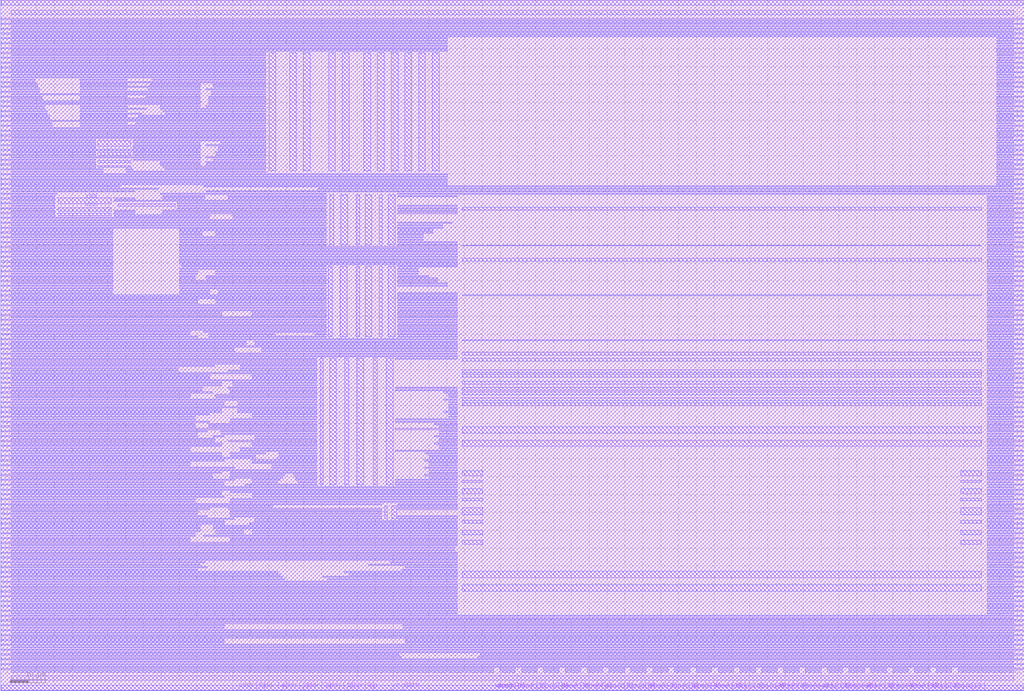
<source format=lef>
VERSION 5.8 ; 
BUSBITCHARS "[]" ; 
DIVIDERCHAR "/" ; 
MACRO sram22_64x22m4w22
    CLASS BLOCK  ;
    FOREIGN sram22_64x22m4w22   ;
    SIZE 286.880 BY 193.720 ;
    SYMMETRY X Y R90 ;
    PIN dout[0] 
        DIRECTION OUTPUT ; 
        ANTENNADIFFAREA 0.448000 LAYER met2 ;
        ANTENNAPARTIALMETALAREA 0.950300 LAYER met1 ;
        ANTENNAPARTIALMETALAREA 7.471200 LAYER met2 ;
        PORT 
            LAYER met1 ;
                RECT 139.150 0.000 139.290 0.140 ;
        END 
    END dout[0] 
    PIN dout[1] 
        DIRECTION OUTPUT ; 
        ANTENNADIFFAREA 0.448000 LAYER met2 ;
        ANTENNAPARTIALMETALAREA 0.950300 LAYER met1 ;
        ANTENNAPARTIALMETALAREA 7.471200 LAYER met2 ;
        PORT 
            LAYER met1 ;
                RECT 145.250 0.000 145.390 0.140 ;
        END 
    END dout[1] 
    PIN dout[2] 
        DIRECTION OUTPUT ; 
        ANTENNADIFFAREA 0.448000 LAYER met2 ;
        ANTENNAPARTIALMETALAREA 0.950300 LAYER met1 ;
        ANTENNAPARTIALMETALAREA 7.471200 LAYER met2 ;
        PORT 
            LAYER met1 ;
                RECT 151.350 0.000 151.490 0.140 ;
        END 
    END dout[2] 
    PIN dout[3] 
        DIRECTION OUTPUT ; 
        ANTENNADIFFAREA 0.448000 LAYER met2 ;
        ANTENNAPARTIALMETALAREA 0.950300 LAYER met1 ;
        ANTENNAPARTIALMETALAREA 7.471200 LAYER met2 ;
        PORT 
            LAYER met1 ;
                RECT 157.450 0.000 157.590 0.140 ;
        END 
    END dout[3] 
    PIN dout[4] 
        DIRECTION OUTPUT ; 
        ANTENNADIFFAREA 0.448000 LAYER met2 ;
        ANTENNAPARTIALMETALAREA 0.950300 LAYER met1 ;
        ANTENNAPARTIALMETALAREA 7.471200 LAYER met2 ;
        PORT 
            LAYER met1 ;
                RECT 163.550 0.000 163.690 0.140 ;
        END 
    END dout[4] 
    PIN dout[5] 
        DIRECTION OUTPUT ; 
        ANTENNADIFFAREA 0.448000 LAYER met2 ;
        ANTENNAPARTIALMETALAREA 0.950300 LAYER met1 ;
        ANTENNAPARTIALMETALAREA 7.471200 LAYER met2 ;
        PORT 
            LAYER met1 ;
                RECT 169.650 0.000 169.790 0.140 ;
        END 
    END dout[5] 
    PIN dout[6] 
        DIRECTION OUTPUT ; 
        ANTENNADIFFAREA 0.448000 LAYER met2 ;
        ANTENNAPARTIALMETALAREA 0.950300 LAYER met1 ;
        ANTENNAPARTIALMETALAREA 7.471200 LAYER met2 ;
        PORT 
            LAYER met1 ;
                RECT 175.750 0.000 175.890 0.140 ;
        END 
    END dout[6] 
    PIN dout[7] 
        DIRECTION OUTPUT ; 
        ANTENNADIFFAREA 0.448000 LAYER met2 ;
        ANTENNAPARTIALMETALAREA 0.950300 LAYER met1 ;
        ANTENNAPARTIALMETALAREA 7.471200 LAYER met2 ;
        PORT 
            LAYER met1 ;
                RECT 181.850 0.000 181.990 0.140 ;
        END 
    END dout[7] 
    PIN dout[8] 
        DIRECTION OUTPUT ; 
        ANTENNADIFFAREA 0.448000 LAYER met2 ;
        ANTENNAPARTIALMETALAREA 0.950300 LAYER met1 ;
        ANTENNAPARTIALMETALAREA 7.471200 LAYER met2 ;
        PORT 
            LAYER met1 ;
                RECT 187.950 0.000 188.090 0.140 ;
        END 
    END dout[8] 
    PIN dout[9] 
        DIRECTION OUTPUT ; 
        ANTENNADIFFAREA 0.448000 LAYER met2 ;
        ANTENNAPARTIALMETALAREA 0.950300 LAYER met1 ;
        ANTENNAPARTIALMETALAREA 7.471200 LAYER met2 ;
        PORT 
            LAYER met1 ;
                RECT 194.050 0.000 194.190 0.140 ;
        END 
    END dout[9] 
    PIN dout[10] 
        DIRECTION OUTPUT ; 
        ANTENNADIFFAREA 0.448000 LAYER met2 ;
        ANTENNAPARTIALMETALAREA 0.950300 LAYER met1 ;
        ANTENNAPARTIALMETALAREA 7.471200 LAYER met2 ;
        PORT 
            LAYER met1 ;
                RECT 200.150 0.000 200.290 0.140 ;
        END 
    END dout[10] 
    PIN dout[11] 
        DIRECTION OUTPUT ; 
        ANTENNADIFFAREA 0.448000 LAYER met2 ;
        ANTENNAPARTIALMETALAREA 0.950300 LAYER met1 ;
        ANTENNAPARTIALMETALAREA 7.471200 LAYER met2 ;
        PORT 
            LAYER met1 ;
                RECT 206.250 0.000 206.390 0.140 ;
        END 
    END dout[11] 
    PIN dout[12] 
        DIRECTION OUTPUT ; 
        ANTENNADIFFAREA 0.448000 LAYER met2 ;
        ANTENNAPARTIALMETALAREA 0.950300 LAYER met1 ;
        ANTENNAPARTIALMETALAREA 7.471200 LAYER met2 ;
        PORT 
            LAYER met1 ;
                RECT 212.350 0.000 212.490 0.140 ;
        END 
    END dout[12] 
    PIN dout[13] 
        DIRECTION OUTPUT ; 
        ANTENNADIFFAREA 0.448000 LAYER met2 ;
        ANTENNAPARTIALMETALAREA 0.950300 LAYER met1 ;
        ANTENNAPARTIALMETALAREA 7.471200 LAYER met2 ;
        PORT 
            LAYER met1 ;
                RECT 218.450 0.000 218.590 0.140 ;
        END 
    END dout[13] 
    PIN dout[14] 
        DIRECTION OUTPUT ; 
        ANTENNADIFFAREA 0.448000 LAYER met2 ;
        ANTENNAPARTIALMETALAREA 0.950300 LAYER met1 ;
        ANTENNAPARTIALMETALAREA 7.471200 LAYER met2 ;
        PORT 
            LAYER met1 ;
                RECT 224.550 0.000 224.690 0.140 ;
        END 
    END dout[14] 
    PIN dout[15] 
        DIRECTION OUTPUT ; 
        ANTENNADIFFAREA 0.448000 LAYER met2 ;
        ANTENNAPARTIALMETALAREA 0.950300 LAYER met1 ;
        ANTENNAPARTIALMETALAREA 7.471200 LAYER met2 ;
        PORT 
            LAYER met1 ;
                RECT 230.650 0.000 230.790 0.140 ;
        END 
    END dout[15] 
    PIN dout[16] 
        DIRECTION OUTPUT ; 
        ANTENNADIFFAREA 0.448000 LAYER met2 ;
        ANTENNAPARTIALMETALAREA 0.950300 LAYER met1 ;
        ANTENNAPARTIALMETALAREA 7.471200 LAYER met2 ;
        PORT 
            LAYER met1 ;
                RECT 236.750 0.000 236.890 0.140 ;
        END 
    END dout[16] 
    PIN dout[17] 
        DIRECTION OUTPUT ; 
        ANTENNADIFFAREA 0.448000 LAYER met2 ;
        ANTENNAPARTIALMETALAREA 0.950300 LAYER met1 ;
        ANTENNAPARTIALMETALAREA 7.471200 LAYER met2 ;
        PORT 
            LAYER met1 ;
                RECT 242.850 0.000 242.990 0.140 ;
        END 
    END dout[17] 
    PIN dout[18] 
        DIRECTION OUTPUT ; 
        ANTENNADIFFAREA 0.448000 LAYER met2 ;
        ANTENNAPARTIALMETALAREA 0.950300 LAYER met1 ;
        ANTENNAPARTIALMETALAREA 7.471200 LAYER met2 ;
        PORT 
            LAYER met1 ;
                RECT 248.950 0.000 249.090 0.140 ;
        END 
    END dout[18] 
    PIN dout[19] 
        DIRECTION OUTPUT ; 
        ANTENNADIFFAREA 0.448000 LAYER met2 ;
        ANTENNAPARTIALMETALAREA 0.950300 LAYER met1 ;
        ANTENNAPARTIALMETALAREA 7.471200 LAYER met2 ;
        PORT 
            LAYER met1 ;
                RECT 255.050 0.000 255.190 0.140 ;
        END 
    END dout[19] 
    PIN dout[20] 
        DIRECTION OUTPUT ; 
        ANTENNADIFFAREA 0.448000 LAYER met2 ;
        ANTENNAPARTIALMETALAREA 0.950300 LAYER met1 ;
        ANTENNAPARTIALMETALAREA 7.471200 LAYER met2 ;
        PORT 
            LAYER met1 ;
                RECT 261.150 0.000 261.290 0.140 ;
        END 
    END dout[20] 
    PIN dout[21] 
        DIRECTION OUTPUT ; 
        ANTENNADIFFAREA 0.448000 LAYER met2 ;
        ANTENNAPARTIALMETALAREA 0.950300 LAYER met1 ;
        ANTENNAPARTIALMETALAREA 7.471200 LAYER met2 ;
        PORT 
            LAYER met1 ;
                RECT 267.250 0.000 267.390 0.140 ;
        END 
    END dout[21] 
    PIN din[0] 
        DIRECTION INPUT ; 
        ANTENNAGATEAREA 0.126000 LAYER met2 ;
        ANTENNAPARTIALMETALAREA 5.437300 LAYER met1 ;
        ANTENNAPARTIALMETALAREA 7.192800 LAYER met2 ;
        PORT 
            LAYER met1 ;
                RECT 138.730 0.000 138.870 0.140 ;
        END 
    END din[0] 
    PIN din[1] 
        DIRECTION INPUT ; 
        ANTENNAGATEAREA 0.126000 LAYER met2 ;
        ANTENNAPARTIALMETALAREA 5.437300 LAYER met1 ;
        ANTENNAPARTIALMETALAREA 7.192800 LAYER met2 ;
        PORT 
            LAYER met1 ;
                RECT 144.830 0.000 144.970 0.140 ;
        END 
    END din[1] 
    PIN din[2] 
        DIRECTION INPUT ; 
        ANTENNAGATEAREA 0.126000 LAYER met2 ;
        ANTENNAPARTIALMETALAREA 5.437300 LAYER met1 ;
        ANTENNAPARTIALMETALAREA 7.192800 LAYER met2 ;
        PORT 
            LAYER met1 ;
                RECT 150.930 0.000 151.070 0.140 ;
        END 
    END din[2] 
    PIN din[3] 
        DIRECTION INPUT ; 
        ANTENNAGATEAREA 0.126000 LAYER met2 ;
        ANTENNAPARTIALMETALAREA 5.437300 LAYER met1 ;
        ANTENNAPARTIALMETALAREA 7.192800 LAYER met2 ;
        PORT 
            LAYER met1 ;
                RECT 157.030 0.000 157.170 0.140 ;
        END 
    END din[3] 
    PIN din[4] 
        DIRECTION INPUT ; 
        ANTENNAGATEAREA 0.126000 LAYER met2 ;
        ANTENNAPARTIALMETALAREA 5.437300 LAYER met1 ;
        ANTENNAPARTIALMETALAREA 7.192800 LAYER met2 ;
        PORT 
            LAYER met1 ;
                RECT 163.130 0.000 163.270 0.140 ;
        END 
    END din[4] 
    PIN din[5] 
        DIRECTION INPUT ; 
        ANTENNAGATEAREA 0.126000 LAYER met2 ;
        ANTENNAPARTIALMETALAREA 5.437300 LAYER met1 ;
        ANTENNAPARTIALMETALAREA 7.192800 LAYER met2 ;
        PORT 
            LAYER met1 ;
                RECT 169.230 0.000 169.370 0.140 ;
        END 
    END din[5] 
    PIN din[6] 
        DIRECTION INPUT ; 
        ANTENNAGATEAREA 0.126000 LAYER met2 ;
        ANTENNAPARTIALMETALAREA 5.437300 LAYER met1 ;
        ANTENNAPARTIALMETALAREA 7.192800 LAYER met2 ;
        PORT 
            LAYER met1 ;
                RECT 175.330 0.000 175.470 0.140 ;
        END 
    END din[6] 
    PIN din[7] 
        DIRECTION INPUT ; 
        ANTENNAGATEAREA 0.126000 LAYER met2 ;
        ANTENNAPARTIALMETALAREA 5.437300 LAYER met1 ;
        ANTENNAPARTIALMETALAREA 7.192800 LAYER met2 ;
        PORT 
            LAYER met1 ;
                RECT 181.430 0.000 181.570 0.140 ;
        END 
    END din[7] 
    PIN din[8] 
        DIRECTION INPUT ; 
        ANTENNAGATEAREA 0.126000 LAYER met2 ;
        ANTENNAPARTIALMETALAREA 5.437300 LAYER met1 ;
        ANTENNAPARTIALMETALAREA 7.192800 LAYER met2 ;
        PORT 
            LAYER met1 ;
                RECT 187.530 0.000 187.670 0.140 ;
        END 
    END din[8] 
    PIN din[9] 
        DIRECTION INPUT ; 
        ANTENNAGATEAREA 0.126000 LAYER met2 ;
        ANTENNAPARTIALMETALAREA 5.437300 LAYER met1 ;
        ANTENNAPARTIALMETALAREA 7.192800 LAYER met2 ;
        PORT 
            LAYER met1 ;
                RECT 193.630 0.000 193.770 0.140 ;
        END 
    END din[9] 
    PIN din[10] 
        DIRECTION INPUT ; 
        ANTENNAGATEAREA 0.126000 LAYER met2 ;
        ANTENNAPARTIALMETALAREA 5.437300 LAYER met1 ;
        ANTENNAPARTIALMETALAREA 7.192800 LAYER met2 ;
        PORT 
            LAYER met1 ;
                RECT 199.730 0.000 199.870 0.140 ;
        END 
    END din[10] 
    PIN din[11] 
        DIRECTION INPUT ; 
        ANTENNAGATEAREA 0.126000 LAYER met2 ;
        ANTENNAPARTIALMETALAREA 5.437300 LAYER met1 ;
        ANTENNAPARTIALMETALAREA 7.192800 LAYER met2 ;
        PORT 
            LAYER met1 ;
                RECT 205.830 0.000 205.970 0.140 ;
        END 
    END din[11] 
    PIN din[12] 
        DIRECTION INPUT ; 
        ANTENNAGATEAREA 0.126000 LAYER met2 ;
        ANTENNAPARTIALMETALAREA 5.437300 LAYER met1 ;
        ANTENNAPARTIALMETALAREA 7.192800 LAYER met2 ;
        PORT 
            LAYER met1 ;
                RECT 211.930 0.000 212.070 0.140 ;
        END 
    END din[12] 
    PIN din[13] 
        DIRECTION INPUT ; 
        ANTENNAGATEAREA 0.126000 LAYER met2 ;
        ANTENNAPARTIALMETALAREA 5.437300 LAYER met1 ;
        ANTENNAPARTIALMETALAREA 7.192800 LAYER met2 ;
        PORT 
            LAYER met1 ;
                RECT 218.030 0.000 218.170 0.140 ;
        END 
    END din[13] 
    PIN din[14] 
        DIRECTION INPUT ; 
        ANTENNAGATEAREA 0.126000 LAYER met2 ;
        ANTENNAPARTIALMETALAREA 5.437300 LAYER met1 ;
        ANTENNAPARTIALMETALAREA 7.192800 LAYER met2 ;
        PORT 
            LAYER met1 ;
                RECT 224.130 0.000 224.270 0.140 ;
        END 
    END din[14] 
    PIN din[15] 
        DIRECTION INPUT ; 
        ANTENNAGATEAREA 0.126000 LAYER met2 ;
        ANTENNAPARTIALMETALAREA 5.437300 LAYER met1 ;
        ANTENNAPARTIALMETALAREA 7.192800 LAYER met2 ;
        PORT 
            LAYER met1 ;
                RECT 230.230 0.000 230.370 0.140 ;
        END 
    END din[15] 
    PIN din[16] 
        DIRECTION INPUT ; 
        ANTENNAGATEAREA 0.126000 LAYER met2 ;
        ANTENNAPARTIALMETALAREA 5.437300 LAYER met1 ;
        ANTENNAPARTIALMETALAREA 7.192800 LAYER met2 ;
        PORT 
            LAYER met1 ;
                RECT 236.330 0.000 236.470 0.140 ;
        END 
    END din[16] 
    PIN din[17] 
        DIRECTION INPUT ; 
        ANTENNAGATEAREA 0.126000 LAYER met2 ;
        ANTENNAPARTIALMETALAREA 5.437300 LAYER met1 ;
        ANTENNAPARTIALMETALAREA 7.192800 LAYER met2 ;
        PORT 
            LAYER met1 ;
                RECT 242.430 0.000 242.570 0.140 ;
        END 
    END din[17] 
    PIN din[18] 
        DIRECTION INPUT ; 
        ANTENNAGATEAREA 0.126000 LAYER met2 ;
        ANTENNAPARTIALMETALAREA 5.437300 LAYER met1 ;
        ANTENNAPARTIALMETALAREA 7.192800 LAYER met2 ;
        PORT 
            LAYER met1 ;
                RECT 248.530 0.000 248.670 0.140 ;
        END 
    END din[18] 
    PIN din[19] 
        DIRECTION INPUT ; 
        ANTENNAGATEAREA 0.126000 LAYER met2 ;
        ANTENNAPARTIALMETALAREA 5.437300 LAYER met1 ;
        ANTENNAPARTIALMETALAREA 7.192800 LAYER met2 ;
        PORT 
            LAYER met1 ;
                RECT 254.630 0.000 254.770 0.140 ;
        END 
    END din[19] 
    PIN din[20] 
        DIRECTION INPUT ; 
        ANTENNAGATEAREA 0.126000 LAYER met2 ;
        ANTENNAPARTIALMETALAREA 5.437300 LAYER met1 ;
        ANTENNAPARTIALMETALAREA 7.192800 LAYER met2 ;
        PORT 
            LAYER met1 ;
                RECT 260.730 0.000 260.870 0.140 ;
        END 
    END din[20] 
    PIN din[21] 
        DIRECTION INPUT ; 
        ANTENNAGATEAREA 0.126000 LAYER met2 ;
        ANTENNAPARTIALMETALAREA 5.437300 LAYER met1 ;
        ANTENNAPARTIALMETALAREA 7.192800 LAYER met2 ;
        PORT 
            LAYER met1 ;
                RECT 266.830 0.000 266.970 0.140 ;
        END 
    END din[21] 
    PIN wmask 
        DIRECTION INPUT ; 
        ANTENNAGATEAREA 0.126000 LAYER met2 ;
        ANTENNAPARTIALMETALAREA 3.247700 LAYER met1 ;
        ANTENNAPARTIALMETALAREA 0.278400 LAYER met2 ;
        PORT 
            LAYER met1 ;
                RECT 138.380 0.000 138.520 0.140 ;
        END 
    END wmask 
    PIN addr[0] 
        DIRECTION INPUT ; 
        ANTENNAGATEAREA 0.126000 LAYER met1 ;
        ANTENNAPARTIALMETALAREA 3.867900 LAYER met1 ;
        PORT 
            LAYER met1 ;
                RECT 97.040 0.000 97.360 0.320 ;
        END 
    END addr[0] 
    PIN addr[1] 
        DIRECTION INPUT ; 
        ANTENNAGATEAREA 0.126000 LAYER met1 ;
        ANTENNAPARTIALMETALAREA 3.867900 LAYER met1 ;
        PORT 
            LAYER met1 ;
                RECT 90.920 0.000 91.240 0.320 ;
        END 
    END addr[1] 
    PIN addr[2] 
        DIRECTION INPUT ; 
        ANTENNAGATEAREA 0.126000 LAYER met1 ;
        ANTENNAPARTIALMETALAREA 3.867900 LAYER met1 ;
        PORT 
            LAYER met1 ;
                RECT 84.800 0.000 85.120 0.320 ;
        END 
    END addr[2] 
    PIN addr[3] 
        DIRECTION INPUT ; 
        ANTENNAGATEAREA 0.126000 LAYER met1 ;
        ANTENNAPARTIALMETALAREA 3.867900 LAYER met1 ;
        PORT 
            LAYER met1 ;
                RECT 78.680 0.000 79.000 0.320 ;
        END 
    END addr[3] 
    PIN addr[4] 
        DIRECTION INPUT ; 
        ANTENNAGATEAREA 0.126000 LAYER met1 ;
        ANTENNAPARTIALMETALAREA 3.867900 LAYER met1 ;
        PORT 
            LAYER met1 ;
                RECT 72.560 0.000 72.880 0.320 ;
        END 
    END addr[4] 
    PIN addr[5] 
        DIRECTION INPUT ; 
        ANTENNAGATEAREA 0.126000 LAYER met1 ;
        ANTENNAPARTIALMETALAREA 3.867900 LAYER met1 ;
        PORT 
            LAYER met1 ;
                RECT 66.440 0.000 66.760 0.320 ;
        END 
    END addr[5] 
    PIN we 
        DIRECTION INPUT ; 
        ANTENNAGATEAREA 0.126000 LAYER met1 ;
        ANTENNAPARTIALMETALAREA 3.867900 LAYER met1 ;
        PORT 
            LAYER met1 ;
                RECT 109.280 0.000 109.600 0.320 ;
        END 
    END we 
    PIN ce 
        DIRECTION INPUT ; 
        ANTENNAGATEAREA 0.126000 LAYER met1 ;
        ANTENNAPARTIALMETALAREA 3.867900 LAYER met1 ;
        PORT 
            LAYER met1 ;
                RECT 103.160 0.000 103.480 0.320 ;
        END 
    END ce 
    PIN clk 
        DIRECTION INPUT ; 
        ANTENNAGATEAREA 15.345000 LAYER met2 ;
        PORT 
            LAYER met1 ;
                RECT 112.000 0.000 112.320 0.320 ;
        END 
    END clk 
    PIN rstb 
        DIRECTION INPUT ; 
        ANTENNAGATEAREA 19.251000 LAYER met2 ;
        PORT 
            LAYER met1 ;
                RECT 112.680 0.000 113.000 0.320 ;
        END 
    END rstb 
    PIN vdd 
        DIRECTION INOUT ; 
        USE POWER ; 
        PORT 
            LAYER met2 ;
                RECT 0.160 5.920 138.160 6.240 ;
                RECT 139.880 5.920 144.280 6.240 ;
                RECT 146.000 5.920 150.400 6.240 ;
                RECT 152.120 5.920 156.520 6.240 ;
                RECT 158.240 5.920 162.640 6.240 ;
                RECT 164.360 5.920 168.760 6.240 ;
                RECT 170.480 5.920 174.880 6.240 ;
                RECT 176.600 5.920 181.000 6.240 ;
                RECT 182.720 5.920 187.120 6.240 ;
                RECT 188.840 5.920 193.240 6.240 ;
                RECT 194.960 5.920 199.360 6.240 ;
                RECT 201.080 5.920 205.480 6.240 ;
                RECT 207.200 5.920 211.600 6.240 ;
                RECT 213.320 5.920 217.720 6.240 ;
                RECT 219.440 5.920 223.840 6.240 ;
                RECT 225.560 5.920 229.960 6.240 ;
                RECT 231.680 5.920 236.080 6.240 ;
                RECT 237.800 5.920 242.200 6.240 ;
                RECT 243.920 5.920 248.320 6.240 ;
                RECT 250.040 5.920 254.440 6.240 ;
                RECT 256.160 5.920 260.560 6.240 ;
                RECT 262.280 5.920 266.680 6.240 ;
                RECT 268.400 5.920 286.720 6.240 ;
                RECT 0.160 7.280 286.720 7.600 ;
                RECT 0.160 8.640 286.720 8.960 ;
                RECT 0.160 10.000 111.640 10.320 ;
                RECT 134.440 10.000 286.720 10.320 ;
                RECT 0.160 11.360 286.720 11.680 ;
                RECT 0.160 12.720 286.720 13.040 ;
                RECT 0.160 14.080 62.680 14.400 ;
                RECT 113.360 14.080 286.720 14.400 ;
                RECT 0.160 15.440 286.720 15.760 ;
                RECT 0.160 16.800 286.720 17.120 ;
                RECT 0.160 18.160 62.680 18.480 ;
                RECT 112.680 18.160 286.720 18.480 ;
                RECT 0.160 19.520 286.720 19.840 ;
                RECT 0.160 20.880 286.720 21.200 ;
                RECT 0.160 22.240 127.960 22.560 ;
                RECT 276.560 22.240 286.720 22.560 ;
                RECT 0.160 23.600 127.960 23.920 ;
                RECT 276.560 23.600 286.720 23.920 ;
                RECT 0.160 24.960 127.960 25.280 ;
                RECT 276.560 24.960 286.720 25.280 ;
                RECT 0.160 26.320 127.960 26.640 ;
                RECT 276.560 26.320 286.720 26.640 ;
                RECT 0.160 27.680 127.960 28.000 ;
                RECT 276.560 27.680 286.720 28.000 ;
                RECT 0.160 29.040 127.960 29.360 ;
                RECT 276.560 29.040 286.720 29.360 ;
                RECT 0.160 30.400 127.960 30.720 ;
                RECT 276.560 30.400 286.720 30.720 ;
                RECT 0.160 31.760 79.000 32.080 ;
                RECT 90.240 31.760 127.960 32.080 ;
                RECT 276.560 31.760 286.720 32.080 ;
                RECT 0.160 33.120 77.640 33.440 ;
                RECT 96.360 33.120 127.960 33.440 ;
                RECT 276.560 33.120 286.720 33.440 ;
                RECT 0.160 34.480 57.920 34.800 ;
                RECT 113.360 34.480 127.960 34.800 ;
                RECT 276.560 34.480 286.720 34.800 ;
                RECT 0.160 35.840 57.240 36.160 ;
                RECT 109.280 35.840 127.960 36.160 ;
                RECT 276.560 35.840 286.720 36.160 ;
                RECT 0.160 37.200 127.960 37.520 ;
                RECT 276.560 37.200 286.720 37.520 ;
                RECT 0.160 38.560 127.960 38.880 ;
                RECT 276.560 38.560 286.720 38.880 ;
                RECT 0.160 39.920 127.280 40.240 ;
                RECT 276.560 39.920 286.720 40.240 ;
                RECT 0.160 41.280 127.960 41.600 ;
                RECT 276.560 41.280 286.720 41.600 ;
                RECT 0.160 42.640 53.160 42.960 ;
                RECT 64.400 42.640 127.960 42.960 ;
                RECT 276.560 42.640 286.720 42.960 ;
                RECT 0.160 44.000 54.520 44.320 ;
                RECT 60.320 44.000 68.120 44.320 ;
                RECT 70.520 44.000 127.960 44.320 ;
                RECT 276.560 44.000 286.720 44.320 ;
                RECT 0.160 45.360 55.880 45.680 ;
                RECT 59.640 45.360 127.960 45.680 ;
                RECT 276.560 45.360 286.720 45.680 ;
                RECT 0.160 46.720 62.680 47.040 ;
                RECT 69.840 46.720 127.960 47.040 ;
                RECT 276.560 46.720 286.720 47.040 ;
                RECT 0.160 48.080 65.400 48.400 ;
                RECT 71.200 48.080 106.880 48.400 ;
                RECT 111.320 48.080 127.960 48.400 ;
                RECT 276.560 48.080 286.720 48.400 ;
                RECT 0.160 49.440 55.200 49.760 ;
                RECT 64.400 49.440 106.880 49.760 ;
                RECT 276.560 49.440 286.720 49.760 ;
                RECT 0.160 50.800 58.600 51.120 ;
                RECT 63.720 50.800 106.880 51.120 ;
                RECT 111.320 50.800 127.960 51.120 ;
                RECT 276.560 50.800 286.720 51.120 ;
                RECT 0.160 52.160 106.880 52.480 ;
                RECT 111.320 52.160 127.960 52.480 ;
                RECT 276.560 52.160 286.720 52.480 ;
                RECT 0.160 53.520 54.520 53.840 ;
                RECT 64.400 53.520 127.960 53.840 ;
                RECT 276.560 53.520 286.720 53.840 ;
                RECT 0.160 54.880 62.000 55.200 ;
                RECT 70.520 54.880 127.960 55.200 ;
                RECT 276.560 54.880 286.720 55.200 ;
                RECT 0.160 56.240 127.960 56.560 ;
                RECT 276.560 56.240 286.720 56.560 ;
                RECT 0.160 57.600 62.680 57.920 ;
                RECT 68.480 57.600 88.520 57.920 ;
                RECT 110.640 57.600 127.960 57.920 ;
                RECT 276.560 57.600 286.720 57.920 ;
                RECT 0.160 58.960 65.400 59.280 ;
                RECT 70.520 58.960 78.320 59.280 ;
                RECT 82.760 58.960 88.520 59.280 ;
                RECT 110.640 58.960 127.960 59.280 ;
                RECT 276.560 58.960 286.720 59.280 ;
                RECT 0.160 60.320 59.280 60.640 ;
                RECT 64.400 60.320 79.680 60.640 ;
                RECT 82.080 60.320 88.520 60.640 ;
                RECT 118.800 60.320 127.960 60.640 ;
                RECT 276.560 60.320 286.720 60.640 ;
                RECT 0.160 61.680 88.520 62.000 ;
                RECT 120.160 61.680 127.960 62.000 ;
                RECT 276.560 61.680 286.720 62.000 ;
                RECT 0.160 63.040 53.160 63.360 ;
                RECT 75.960 63.040 88.520 63.360 ;
                RECT 120.160 63.040 127.960 63.360 ;
                RECT 276.560 63.040 286.720 63.360 ;
                RECT 0.160 64.400 62.680 64.720 ;
                RECT 70.520 64.400 88.520 64.720 ;
                RECT 118.800 64.400 127.960 64.720 ;
                RECT 276.560 64.400 286.720 64.720 ;
                RECT 0.160 65.760 62.000 66.080 ;
                RECT 64.400 65.760 71.520 66.080 ;
                RECT 78.000 65.760 88.520 66.080 ;
                RECT 120.160 65.760 127.960 66.080 ;
                RECT 276.560 65.760 286.720 66.080 ;
                RECT 0.160 67.120 53.160 67.440 ;
                RECT 67.120 67.120 88.520 67.440 ;
                RECT 110.640 67.120 127.960 67.440 ;
                RECT 276.560 67.120 286.720 67.440 ;
                RECT 0.160 68.480 62.000 68.800 ;
                RECT 70.520 68.480 88.520 68.800 ;
                RECT 122.880 68.480 127.960 68.800 ;
                RECT 276.560 68.480 286.720 68.800 ;
                RECT 0.160 69.840 59.960 70.160 ;
                RECT 63.720 69.840 88.520 70.160 ;
                RECT 122.880 69.840 127.960 70.160 ;
                RECT 276.560 69.840 286.720 70.160 ;
                RECT 0.160 71.200 55.200 71.520 ;
                RECT 59.640 71.200 62.680 71.520 ;
                RECT 71.200 71.200 88.520 71.520 ;
                RECT 121.520 71.200 127.960 71.520 ;
                RECT 276.560 71.200 286.720 71.520 ;
                RECT 0.160 72.560 57.920 72.880 ;
                RECT 61.680 72.560 88.520 72.880 ;
                RECT 122.880 72.560 127.960 72.880 ;
                RECT 276.560 72.560 286.720 72.880 ;
                RECT 0.160 73.920 54.520 74.240 ;
                RECT 58.280 73.920 88.520 74.240 ;
                RECT 122.880 73.920 127.960 74.240 ;
                RECT 276.560 73.920 286.720 74.240 ;
                RECT 0.160 75.280 58.600 75.600 ;
                RECT 64.400 75.280 88.520 75.600 ;
                RECT 110.640 75.280 127.960 75.600 ;
                RECT 276.560 75.280 286.720 75.600 ;
                RECT 0.160 76.640 54.520 76.960 ;
                RECT 70.520 76.640 88.520 76.960 ;
                RECT 125.600 76.640 127.960 76.960 ;
                RECT 276.560 76.640 286.720 76.960 ;
                RECT 0.160 78.000 62.000 78.320 ;
                RECT 66.440 78.000 88.520 78.320 ;
                RECT 124.240 78.000 127.960 78.320 ;
                RECT 276.560 78.000 286.720 78.320 ;
                RECT 0.160 79.360 88.520 79.680 ;
                RECT 125.600 79.360 127.960 79.680 ;
                RECT 276.560 79.360 286.720 79.680 ;
                RECT 0.160 80.720 62.680 81.040 ;
                RECT 66.440 80.720 88.520 81.040 ;
                RECT 125.600 80.720 127.960 81.040 ;
                RECT 276.560 80.720 286.720 81.040 ;
                RECT 0.160 82.080 53.160 82.400 ;
                RECT 60.320 82.080 88.520 82.400 ;
                RECT 125.600 82.080 127.960 82.400 ;
                RECT 276.560 82.080 286.720 82.400 ;
                RECT 0.160 83.440 59.280 83.760 ;
                RECT 64.400 83.440 88.520 83.760 ;
                RECT 124.240 83.440 127.960 83.760 ;
                RECT 276.560 83.440 286.720 83.760 ;
                RECT 0.160 84.800 56.560 85.120 ;
                RECT 63.720 84.800 88.520 85.120 ;
                RECT 110.640 84.800 127.960 85.120 ;
                RECT 276.560 84.800 286.720 85.120 ;
                RECT 0.160 86.160 62.000 86.480 ;
                RECT 65.080 86.160 88.520 86.480 ;
                RECT 276.560 86.160 286.720 86.480 ;
                RECT 0.160 87.520 58.600 87.840 ;
                RECT 70.520 87.520 88.520 87.840 ;
                RECT 276.560 87.520 286.720 87.840 ;
                RECT 0.160 88.880 88.520 89.200 ;
                RECT 276.560 88.880 286.720 89.200 ;
                RECT 0.160 90.240 49.760 90.560 ;
                RECT 67.120 90.240 88.520 90.560 ;
                RECT 276.560 90.240 286.720 90.560 ;
                RECT 0.160 91.600 88.520 91.920 ;
                RECT 276.560 91.600 286.720 91.920 ;
                RECT 0.160 92.960 88.520 93.280 ;
                RECT 110.640 92.960 127.960 93.280 ;
                RECT 276.560 92.960 286.720 93.280 ;
                RECT 0.160 94.320 127.960 94.640 ;
                RECT 276.560 94.320 286.720 94.640 ;
                RECT 0.160 95.680 65.400 96.000 ;
                RECT 73.240 95.680 127.960 96.000 ;
                RECT 276.560 95.680 286.720 96.000 ;
                RECT 0.160 97.040 68.800 97.360 ;
                RECT 71.200 97.040 127.960 97.360 ;
                RECT 276.560 97.040 286.720 97.360 ;
                RECT 0.160 98.400 127.960 98.720 ;
                RECT 276.560 98.400 286.720 98.720 ;
                RECT 0.160 99.760 53.160 100.080 ;
                RECT 58.280 99.760 76.960 100.080 ;
                RECT 88.200 99.760 91.240 100.080 ;
                RECT 111.320 99.760 127.960 100.080 ;
                RECT 276.560 99.760 286.720 100.080 ;
                RECT 0.160 101.120 91.240 101.440 ;
                RECT 111.320 101.120 127.960 101.440 ;
                RECT 276.560 101.120 286.720 101.440 ;
                RECT 0.160 102.480 91.240 102.800 ;
                RECT 111.320 102.480 127.960 102.800 ;
                RECT 276.560 102.480 286.720 102.800 ;
                RECT 0.160 103.840 91.240 104.160 ;
                RECT 111.320 103.840 127.960 104.160 ;
                RECT 276.560 103.840 286.720 104.160 ;
                RECT 0.160 105.200 62.000 105.520 ;
                RECT 70.520 105.200 91.240 105.520 ;
                RECT 111.320 105.200 127.960 105.520 ;
                RECT 276.560 105.200 286.720 105.520 ;
                RECT 0.160 106.560 91.240 106.880 ;
                RECT 111.320 106.560 127.960 106.880 ;
                RECT 276.560 106.560 286.720 106.880 ;
                RECT 0.160 107.920 91.240 108.240 ;
                RECT 111.320 107.920 127.960 108.240 ;
                RECT 276.560 107.920 286.720 108.240 ;
                RECT 0.160 109.280 55.200 109.600 ;
                RECT 60.320 109.280 91.240 109.600 ;
                RECT 111.320 109.280 127.960 109.600 ;
                RECT 276.560 109.280 286.720 109.600 ;
                RECT 0.160 110.640 91.240 110.960 ;
                RECT 111.320 110.640 127.960 110.960 ;
                RECT 276.560 110.640 286.720 110.960 ;
                RECT 0.160 112.000 31.400 112.320 ;
                RECT 50.120 112.000 58.600 112.320 ;
                RECT 61.000 112.000 91.240 112.320 ;
                RECT 276.560 112.000 286.720 112.320 ;
                RECT 0.160 113.360 31.400 113.680 ;
                RECT 50.120 113.360 91.240 113.680 ;
                RECT 111.320 113.360 125.240 113.680 ;
                RECT 276.560 113.360 286.720 113.680 ;
                RECT 0.160 114.720 31.400 115.040 ;
                RECT 50.120 114.720 91.240 115.040 ;
                RECT 111.320 114.720 122.520 115.040 ;
                RECT 276.560 114.720 286.720 115.040 ;
                RECT 0.160 116.080 31.400 116.400 ;
                RECT 50.120 116.080 54.520 116.400 ;
                RECT 57.600 116.080 91.240 116.400 ;
                RECT 111.320 116.080 119.800 116.400 ;
                RECT 276.560 116.080 286.720 116.400 ;
                RECT 0.160 117.440 31.400 117.760 ;
                RECT 50.120 117.440 55.200 117.760 ;
                RECT 60.320 117.440 91.240 117.760 ;
                RECT 111.320 117.440 117.080 117.760 ;
                RECT 276.560 117.440 286.720 117.760 ;
                RECT 0.160 118.800 31.400 119.120 ;
                RECT 50.800 118.800 91.240 119.120 ;
                RECT 111.320 118.800 127.960 119.120 ;
                RECT 276.560 118.800 286.720 119.120 ;
                RECT 0.160 120.160 31.400 120.480 ;
                RECT 50.120 120.160 127.960 120.480 ;
                RECT 276.560 120.160 286.720 120.480 ;
                RECT 0.160 121.520 31.400 121.840 ;
                RECT 50.120 121.520 127.960 121.840 ;
                RECT 276.560 121.520 286.720 121.840 ;
                RECT 0.160 122.880 31.400 123.200 ;
                RECT 50.120 122.880 127.960 123.200 ;
                RECT 276.560 122.880 286.720 123.200 ;
                RECT 0.160 124.240 31.400 124.560 ;
                RECT 50.120 124.240 127.960 124.560 ;
                RECT 276.560 124.240 286.720 124.560 ;
                RECT 0.160 125.600 31.400 125.920 ;
                RECT 50.120 125.600 91.240 125.920 ;
                RECT 111.320 125.600 127.960 125.920 ;
                RECT 276.560 125.600 286.720 125.920 ;
                RECT 0.160 126.960 31.400 127.280 ;
                RECT 50.120 126.960 91.240 127.280 ;
                RECT 111.320 126.960 118.440 127.280 ;
                RECT 276.560 126.960 286.720 127.280 ;
                RECT 0.160 128.320 31.400 128.640 ;
                RECT 50.120 128.320 56.560 128.640 ;
                RECT 60.320 128.320 91.240 128.640 ;
                RECT 111.320 128.320 121.160 128.640 ;
                RECT 276.560 128.320 286.720 128.640 ;
                RECT 0.160 129.680 91.240 130.000 ;
                RECT 111.320 129.680 123.880 130.000 ;
                RECT 276.560 129.680 286.720 130.000 ;
                RECT 0.160 131.040 91.240 131.360 ;
                RECT 111.320 131.040 126.600 131.360 ;
                RECT 276.560 131.040 286.720 131.360 ;
                RECT 0.160 132.400 58.600 132.720 ;
                RECT 65.080 132.400 91.240 132.720 ;
                RECT 276.560 132.400 286.720 132.720 ;
                RECT 0.160 133.760 15.080 134.080 ;
                RECT 31.760 133.760 37.520 134.080 ;
                RECT 45.360 133.760 91.240 134.080 ;
                RECT 111.320 133.760 127.960 134.080 ;
                RECT 276.560 133.760 286.720 134.080 ;
                RECT 0.160 135.120 15.080 135.440 ;
                RECT 49.440 135.120 91.240 135.440 ;
                RECT 111.320 135.120 127.960 135.440 ;
                RECT 276.560 135.120 286.720 135.440 ;
                RECT 0.160 136.480 15.080 136.800 ;
                RECT 49.440 136.480 91.240 136.800 ;
                RECT 276.560 136.480 286.720 136.800 ;
                RECT 0.160 137.840 15.080 138.160 ;
                RECT 31.760 137.840 37.520 138.160 ;
                RECT 45.360 137.840 57.240 138.160 ;
                RECT 63.720 137.840 91.240 138.160 ;
                RECT 276.560 137.840 286.720 138.160 ;
                RECT 0.160 139.200 15.760 139.520 ;
                RECT 44.680 139.200 91.240 139.520 ;
                RECT 111.320 139.200 286.720 139.520 ;
                RECT 0.160 140.560 44.320 140.880 ;
                RECT 88.880 140.560 286.720 140.880 ;
                RECT 0.160 141.920 125.240 142.240 ;
                RECT 279.280 141.920 286.720 142.240 ;
                RECT 0.160 143.280 125.240 143.600 ;
                RECT 279.280 143.280 286.720 143.600 ;
                RECT 0.160 144.640 125.240 144.960 ;
                RECT 279.280 144.640 286.720 144.960 ;
                RECT 0.160 146.000 28.680 146.320 ;
                RECT 35.160 146.000 36.840 146.320 ;
                RECT 46.040 146.000 74.240 146.320 ;
                RECT 279.280 146.000 286.720 146.320 ;
                RECT 0.160 147.360 26.640 147.680 ;
                RECT 44.680 147.360 55.880 147.680 ;
                RECT 57.600 147.360 74.240 147.680 ;
                RECT 279.280 147.360 286.720 147.680 ;
                RECT 0.160 148.720 26.640 149.040 ;
                RECT 37.200 148.720 55.880 149.040 ;
                RECT 59.640 148.720 74.240 149.040 ;
                RECT 279.280 148.720 286.720 149.040 ;
                RECT 0.160 150.080 26.640 150.400 ;
                RECT 37.200 150.080 55.880 150.400 ;
                RECT 60.320 150.080 74.240 150.400 ;
                RECT 279.280 150.080 286.720 150.400 ;
                RECT 0.160 151.440 55.880 151.760 ;
                RECT 61.000 151.440 74.240 151.760 ;
                RECT 279.280 151.440 286.720 151.760 ;
                RECT 0.160 152.800 26.640 153.120 ;
                RECT 37.200 152.800 55.880 153.120 ;
                RECT 57.600 152.800 74.240 153.120 ;
                RECT 279.280 152.800 286.720 153.120 ;
                RECT 0.160 154.160 26.640 154.480 ;
                RECT 37.200 154.160 74.240 154.480 ;
                RECT 279.280 154.160 286.720 154.480 ;
                RECT 0.160 155.520 74.240 155.840 ;
                RECT 279.280 155.520 286.720 155.840 ;
                RECT 0.160 156.880 74.240 157.200 ;
                RECT 279.280 156.880 286.720 157.200 ;
                RECT 0.160 158.240 14.400 158.560 ;
                RECT 22.240 158.240 74.240 158.560 ;
                RECT 279.280 158.240 286.720 158.560 ;
                RECT 0.160 159.600 74.240 159.920 ;
                RECT 279.280 159.600 286.720 159.920 ;
                RECT 0.160 160.960 13.720 161.280 ;
                RECT 22.240 160.960 35.480 161.280 ;
                RECT 38.560 160.960 74.240 161.280 ;
                RECT 279.280 160.960 286.720 161.280 ;
                RECT 0.160 162.320 13.040 162.640 ;
                RECT 22.240 162.320 35.480 162.640 ;
                RECT 45.360 162.320 74.240 162.640 ;
                RECT 279.280 162.320 286.720 162.640 ;
                RECT 0.160 163.680 12.360 164.000 ;
                RECT 22.240 163.680 35.480 164.000 ;
                RECT 44.680 163.680 55.880 164.000 ;
                RECT 57.600 163.680 74.240 164.000 ;
                RECT 279.280 163.680 286.720 164.000 ;
                RECT 0.160 165.040 55.880 165.360 ;
                RECT 58.280 165.040 74.240 165.360 ;
                RECT 279.280 165.040 286.720 165.360 ;
                RECT 0.160 166.400 11.680 166.720 ;
                RECT 22.240 166.400 35.480 166.720 ;
                RECT 40.600 166.400 55.880 166.720 ;
                RECT 58.280 166.400 74.240 166.720 ;
                RECT 279.280 166.400 286.720 166.720 ;
                RECT 0.160 167.760 11.000 168.080 ;
                RECT 22.240 167.760 55.880 168.080 ;
                RECT 58.960 167.760 74.240 168.080 ;
                RECT 279.280 167.760 286.720 168.080 ;
                RECT 0.160 169.120 10.320 169.440 ;
                RECT 22.240 169.120 55.880 169.440 ;
                RECT 59.640 169.120 74.240 169.440 ;
                RECT 279.280 169.120 286.720 169.440 ;
                RECT 0.160 170.480 9.640 170.800 ;
                RECT 22.240 170.480 74.240 170.800 ;
                RECT 279.280 170.480 286.720 170.800 ;
                RECT 0.160 171.840 74.240 172.160 ;
                RECT 279.280 171.840 286.720 172.160 ;
                RECT 0.160 173.200 74.240 173.520 ;
                RECT 279.280 173.200 286.720 173.520 ;
                RECT 0.160 174.560 74.240 174.880 ;
                RECT 279.280 174.560 286.720 174.880 ;
                RECT 0.160 175.920 74.240 176.240 ;
                RECT 279.280 175.920 286.720 176.240 ;
                RECT 0.160 177.280 74.240 177.600 ;
                RECT 279.280 177.280 286.720 177.600 ;
                RECT 0.160 178.640 74.240 178.960 ;
                RECT 279.280 178.640 286.720 178.960 ;
                RECT 0.160 180.000 125.240 180.320 ;
                RECT 279.280 180.000 286.720 180.320 ;
                RECT 0.160 181.360 125.240 181.680 ;
                RECT 279.280 181.360 286.720 181.680 ;
                RECT 0.160 182.720 125.240 183.040 ;
                RECT 279.280 182.720 286.720 183.040 ;
                RECT 0.160 184.080 286.720 184.400 ;
                RECT 0.160 185.440 286.720 185.760 ;
                RECT 0.160 186.800 286.720 187.120 ;
                RECT 0.160 188.160 286.720 188.480 ;
                RECT 0.160 0.160 286.720 1.520 ;
                RECT 0.160 192.200 286.720 193.560 ;
                RECT 129.380 43.695 135.180 45.065 ;
                RECT 269.080 43.695 274.880 45.065 ;
                RECT 129.380 49.385 135.180 51.255 ;
                RECT 269.080 49.385 274.880 51.255 ;
                RECT 129.380 55.205 135.180 56.605 ;
                RECT 269.080 55.205 274.880 56.605 ;
                RECT 129.380 60.315 135.180 61.715 ;
                RECT 269.080 60.315 274.880 61.715 ;
                RECT 129.380 68.490 274.880 70.290 ;
                RECT 129.380 134.745 274.880 135.545 ;
                RECT 129.380 120.420 274.880 121.290 ;
                RECT 129.380 87.860 274.880 88.660 ;
                RECT 129.380 98.165 274.880 98.455 ;
                RECT 129.380 79.960 274.880 80.760 ;
                RECT 129.380 94.085 274.880 94.885 ;
                RECT 129.380 82.970 274.880 83.770 ;
                RECT 129.380 27.940 274.880 29.740 ;
                RECT 80.980 145.715 82.900 178.895 ;
                RECT 84.820 145.715 86.740 178.895 ;
                RECT 101.775 145.715 103.695 178.895 ;
                RECT 105.615 145.715 107.535 178.895 ;
                RECT 109.455 145.715 111.375 178.895 ;
                RECT 113.295 145.715 115.215 178.895 ;
                RECT 117.135 145.715 119.055 178.895 ;
                RECT 120.975 145.715 122.895 178.895 ;
                RECT 92.165 57.820 94.085 93.220 ;
                RECT 99.785 57.820 101.705 93.220 ;
                RECT 108.050 57.820 109.970 93.220 ;
                RECT 95.370 125.020 97.290 139.080 ;
                RECT 102.215 125.020 103.965 139.080 ;
                RECT 108.675 125.020 110.595 139.080 ;
                RECT 95.155 99.220 97.075 119.020 ;
                RECT 102.215 99.220 103.965 119.020 ;
                RECT 108.675 99.220 110.595 119.020 ;
                RECT 109.640 48.240 110.960 51.820 ;
                RECT 27.260 147.985 36.420 148.735 ;
                RECT 27.260 152.610 36.420 154.360 ;
                RECT 32.910 135.770 48.950 136.570 ;
                RECT 16.110 136.480 30.950 138.170 ;
        END 
    END vdd 
    PIN vss 
        DIRECTION INOUT ; 
        USE GROUND ; 
        PORT 
            LAYER met2 ;
                RECT 2.880 5.240 138.160 5.560 ;
                RECT 139.880 5.240 144.280 5.560 ;
                RECT 146.000 5.240 150.400 5.560 ;
                RECT 152.120 5.240 156.520 5.560 ;
                RECT 158.240 5.240 162.640 5.560 ;
                RECT 164.360 5.240 168.760 5.560 ;
                RECT 170.480 5.240 174.880 5.560 ;
                RECT 176.600 5.240 181.000 5.560 ;
                RECT 182.720 5.240 187.120 5.560 ;
                RECT 188.840 5.240 193.240 5.560 ;
                RECT 194.960 5.240 199.360 5.560 ;
                RECT 201.080 5.240 205.480 5.560 ;
                RECT 207.200 5.240 211.600 5.560 ;
                RECT 213.320 5.240 217.720 5.560 ;
                RECT 219.440 5.240 223.840 5.560 ;
                RECT 225.560 5.240 229.960 5.560 ;
                RECT 231.680 5.240 236.080 5.560 ;
                RECT 237.800 5.240 242.200 5.560 ;
                RECT 243.920 5.240 248.320 5.560 ;
                RECT 250.040 5.240 254.440 5.560 ;
                RECT 256.160 5.240 260.560 5.560 ;
                RECT 262.280 5.240 266.680 5.560 ;
                RECT 268.400 5.240 284.000 5.560 ;
                RECT 2.880 6.600 284.000 6.920 ;
                RECT 2.880 7.960 284.000 8.280 ;
                RECT 2.880 9.320 112.320 9.640 ;
                RECT 133.760 9.320 284.000 9.640 ;
                RECT 2.880 10.680 284.000 11.000 ;
                RECT 2.880 12.040 284.000 12.360 ;
                RECT 2.880 13.400 62.680 13.720 ;
                RECT 113.360 13.400 284.000 13.720 ;
                RECT 2.880 14.760 284.000 15.080 ;
                RECT 2.880 16.120 284.000 16.440 ;
                RECT 2.880 17.480 62.680 17.800 ;
                RECT 112.680 17.480 284.000 17.800 ;
                RECT 2.880 18.840 284.000 19.160 ;
                RECT 2.880 20.200 284.000 20.520 ;
                RECT 2.880 21.560 127.960 21.880 ;
                RECT 276.560 21.560 284.000 21.880 ;
                RECT 2.880 22.920 127.960 23.240 ;
                RECT 276.560 22.920 284.000 23.240 ;
                RECT 2.880 24.280 127.960 24.600 ;
                RECT 276.560 24.280 284.000 24.600 ;
                RECT 2.880 25.640 127.960 25.960 ;
                RECT 276.560 25.640 284.000 25.960 ;
                RECT 2.880 27.000 127.960 27.320 ;
                RECT 276.560 27.000 284.000 27.320 ;
                RECT 2.880 28.360 127.960 28.680 ;
                RECT 276.560 28.360 284.000 28.680 ;
                RECT 2.880 29.720 127.960 30.040 ;
                RECT 276.560 29.720 284.000 30.040 ;
                RECT 2.880 31.080 79.680 31.400 ;
                RECT 91.600 31.080 127.960 31.400 ;
                RECT 276.560 31.080 284.000 31.400 ;
                RECT 2.880 32.440 78.320 32.760 ;
                RECT 97.720 32.440 127.960 32.760 ;
                RECT 276.560 32.440 284.000 32.760 ;
                RECT 2.880 33.800 55.200 34.120 ;
                RECT 112.680 33.800 127.960 34.120 ;
                RECT 276.560 33.800 284.000 34.120 ;
                RECT 2.880 35.160 55.880 35.480 ;
                RECT 103.160 35.160 127.960 35.480 ;
                RECT 276.560 35.160 284.000 35.480 ;
                RECT 2.880 36.520 127.960 36.840 ;
                RECT 276.560 36.520 284.000 36.840 ;
                RECT 2.880 37.880 127.960 38.200 ;
                RECT 276.560 37.880 284.000 38.200 ;
                RECT 2.880 39.240 127.280 39.560 ;
                RECT 276.560 39.240 284.000 39.560 ;
                RECT 2.880 40.600 127.960 40.920 ;
                RECT 276.560 40.600 284.000 40.920 ;
                RECT 2.880 41.960 53.160 42.280 ;
                RECT 64.400 41.960 127.960 42.280 ;
                RECT 276.560 41.960 284.000 42.280 ;
                RECT 2.880 43.320 54.520 43.640 ;
                RECT 56.920 43.320 127.960 43.640 ;
                RECT 276.560 43.320 284.000 43.640 ;
                RECT 2.880 44.680 55.880 45.000 ;
                RECT 60.320 44.680 68.120 45.000 ;
                RECT 70.520 44.680 127.960 45.000 ;
                RECT 276.560 44.680 284.000 45.000 ;
                RECT 2.880 46.040 55.880 46.360 ;
                RECT 59.640 46.040 127.960 46.360 ;
                RECT 276.560 46.040 284.000 46.360 ;
                RECT 2.880 47.400 62.680 47.720 ;
                RECT 71.200 47.400 127.960 47.720 ;
                RECT 276.560 47.400 284.000 47.720 ;
                RECT 2.880 48.760 57.920 49.080 ;
                RECT 64.400 48.760 106.880 49.080 ;
                RECT 111.320 48.760 127.960 49.080 ;
                RECT 276.560 48.760 284.000 49.080 ;
                RECT 2.880 50.120 55.200 50.440 ;
                RECT 64.400 50.120 106.880 50.440 ;
                RECT 276.560 50.120 284.000 50.440 ;
                RECT 2.880 51.480 76.280 51.800 ;
                RECT 111.320 51.480 127.960 51.800 ;
                RECT 276.560 51.480 284.000 51.800 ;
                RECT 2.880 52.840 54.520 53.160 ;
                RECT 64.400 52.840 127.960 53.160 ;
                RECT 276.560 52.840 284.000 53.160 ;
                RECT 2.880 54.200 62.680 54.520 ;
                RECT 70.520 54.200 127.960 54.520 ;
                RECT 276.560 54.200 284.000 54.520 ;
                RECT 2.880 55.560 62.000 55.880 ;
                RECT 64.400 55.560 127.960 55.880 ;
                RECT 276.560 55.560 284.000 55.880 ;
                RECT 2.880 56.920 127.960 57.240 ;
                RECT 276.560 56.920 284.000 57.240 ;
                RECT 2.880 58.280 62.680 58.600 ;
                RECT 70.520 58.280 77.640 58.600 ;
                RECT 83.440 58.280 88.520 58.600 ;
                RECT 110.640 58.280 127.960 58.600 ;
                RECT 276.560 58.280 284.000 58.600 ;
                RECT 2.880 59.640 59.280 59.960 ;
                RECT 64.400 59.640 79.000 59.960 ;
                RECT 82.760 59.640 88.520 59.960 ;
                RECT 120.160 59.640 127.960 59.960 ;
                RECT 276.560 59.640 284.000 59.960 ;
                RECT 2.880 61.000 62.000 61.320 ;
                RECT 64.400 61.000 88.520 61.320 ;
                RECT 120.160 61.000 127.960 61.320 ;
                RECT 276.560 61.000 284.000 61.320 ;
                RECT 2.880 62.360 65.400 62.680 ;
                RECT 75.960 62.360 88.520 62.680 ;
                RECT 118.800 62.360 127.960 62.680 ;
                RECT 276.560 62.360 284.000 62.680 ;
                RECT 2.880 63.720 53.160 64.040 ;
                RECT 70.520 63.720 88.520 64.040 ;
                RECT 120.160 63.720 127.960 64.040 ;
                RECT 276.560 63.720 284.000 64.040 ;
                RECT 2.880 65.080 71.520 65.400 ;
                RECT 77.320 65.080 88.520 65.400 ;
                RECT 120.160 65.080 127.960 65.400 ;
                RECT 276.560 65.080 284.000 65.400 ;
                RECT 2.880 66.440 62.000 66.760 ;
                RECT 64.400 66.440 74.240 66.760 ;
                RECT 78.000 66.440 88.520 66.760 ;
                RECT 118.800 66.440 127.960 66.760 ;
                RECT 276.560 66.440 284.000 66.760 ;
                RECT 2.880 67.800 53.160 68.120 ;
                RECT 67.120 67.800 88.520 68.120 ;
                RECT 122.880 67.800 127.960 68.120 ;
                RECT 276.560 67.800 284.000 68.120 ;
                RECT 2.880 69.160 62.000 69.480 ;
                RECT 70.520 69.160 88.520 69.480 ;
                RECT 121.520 69.160 127.960 69.480 ;
                RECT 276.560 69.160 284.000 69.480 ;
                RECT 2.880 70.520 59.960 70.840 ;
                RECT 71.200 70.520 88.520 70.840 ;
                RECT 122.880 70.520 127.960 70.840 ;
                RECT 276.560 70.520 284.000 70.840 ;
                RECT 2.880 71.880 55.200 72.200 ;
                RECT 61.680 71.880 88.520 72.200 ;
                RECT 122.880 71.880 127.960 72.200 ;
                RECT 276.560 71.880 284.000 72.200 ;
                RECT 2.880 73.240 88.520 73.560 ;
                RECT 110.640 73.240 127.960 73.560 ;
                RECT 276.560 73.240 284.000 73.560 ;
                RECT 2.880 74.600 54.520 74.920 ;
                RECT 58.280 74.600 88.520 74.920 ;
                RECT 121.520 74.600 127.960 74.920 ;
                RECT 276.560 74.600 284.000 74.920 ;
                RECT 2.880 75.960 54.520 76.280 ;
                RECT 64.400 75.960 88.520 76.280 ;
                RECT 110.640 75.960 127.960 76.280 ;
                RECT 276.560 75.960 284.000 76.280 ;
                RECT 2.880 77.320 58.600 77.640 ;
                RECT 70.520 77.320 88.520 77.640 ;
                RECT 125.600 77.320 127.960 77.640 ;
                RECT 276.560 77.320 284.000 77.640 ;
                RECT 2.880 78.680 62.000 79.000 ;
                RECT 66.440 78.680 88.520 79.000 ;
                RECT 125.600 78.680 127.960 79.000 ;
                RECT 276.560 78.680 284.000 79.000 ;
                RECT 2.880 80.040 62.680 80.360 ;
                RECT 66.440 80.040 88.520 80.360 ;
                RECT 125.600 80.040 127.960 80.360 ;
                RECT 276.560 80.040 284.000 80.360 ;
                RECT 2.880 81.400 88.520 81.720 ;
                RECT 124.240 81.400 127.960 81.720 ;
                RECT 276.560 81.400 284.000 81.720 ;
                RECT 2.880 82.760 53.160 83.080 ;
                RECT 60.320 82.760 88.520 83.080 ;
                RECT 125.600 82.760 127.960 83.080 ;
                RECT 276.560 82.760 284.000 83.080 ;
                RECT 2.880 84.120 56.560 84.440 ;
                RECT 64.400 84.120 88.520 84.440 ;
                RECT 110.640 84.120 127.960 84.440 ;
                RECT 276.560 84.120 284.000 84.440 ;
                RECT 2.880 85.480 62.000 85.800 ;
                RECT 65.080 85.480 88.520 85.800 ;
                RECT 276.560 85.480 284.000 85.800 ;
                RECT 2.880 86.840 88.520 87.160 ;
                RECT 276.560 86.840 284.000 87.160 ;
                RECT 2.880 88.200 58.600 88.520 ;
                RECT 70.520 88.200 88.520 88.520 ;
                RECT 276.560 88.200 284.000 88.520 ;
                RECT 2.880 89.560 49.760 89.880 ;
                RECT 63.720 89.560 88.520 89.880 ;
                RECT 276.560 89.560 284.000 89.880 ;
                RECT 2.880 90.920 59.960 91.240 ;
                RECT 67.120 90.920 88.520 91.240 ;
                RECT 276.560 90.920 284.000 91.240 ;
                RECT 2.880 92.280 88.520 92.600 ;
                RECT 276.560 92.280 284.000 92.600 ;
                RECT 2.880 93.640 127.960 93.960 ;
                RECT 276.560 93.640 284.000 93.960 ;
                RECT 2.880 95.000 65.400 95.320 ;
                RECT 73.240 95.000 127.960 95.320 ;
                RECT 276.560 95.000 284.000 95.320 ;
                RECT 2.880 96.360 127.960 96.680 ;
                RECT 276.560 96.360 284.000 96.680 ;
                RECT 2.880 97.720 68.800 98.040 ;
                RECT 71.200 97.720 127.960 98.040 ;
                RECT 276.560 97.720 284.000 98.040 ;
                RECT 2.880 99.080 55.200 99.400 ;
                RECT 58.280 99.080 91.240 99.400 ;
                RECT 111.320 99.080 127.960 99.400 ;
                RECT 276.560 99.080 284.000 99.400 ;
                RECT 2.880 100.440 53.160 100.760 ;
                RECT 56.920 100.440 91.240 100.760 ;
                RECT 111.320 100.440 127.960 100.760 ;
                RECT 276.560 100.440 284.000 100.760 ;
                RECT 2.880 101.800 91.240 102.120 ;
                RECT 111.320 101.800 127.960 102.120 ;
                RECT 276.560 101.800 284.000 102.120 ;
                RECT 2.880 103.160 91.240 103.480 ;
                RECT 111.320 103.160 127.960 103.480 ;
                RECT 276.560 103.160 284.000 103.480 ;
                RECT 2.880 104.520 91.240 104.840 ;
                RECT 111.320 104.520 127.960 104.840 ;
                RECT 276.560 104.520 284.000 104.840 ;
                RECT 2.880 105.880 62.000 106.200 ;
                RECT 70.520 105.880 91.240 106.200 ;
                RECT 111.320 105.880 127.960 106.200 ;
                RECT 276.560 105.880 284.000 106.200 ;
                RECT 2.880 107.240 91.240 107.560 ;
                RECT 111.320 107.240 127.960 107.560 ;
                RECT 276.560 107.240 284.000 107.560 ;
                RECT 2.880 108.600 55.200 108.920 ;
                RECT 60.320 108.600 91.240 108.920 ;
                RECT 111.320 108.600 127.960 108.920 ;
                RECT 276.560 108.600 284.000 108.920 ;
                RECT 2.880 109.960 91.240 110.280 ;
                RECT 111.320 109.960 127.960 110.280 ;
                RECT 276.560 109.960 284.000 110.280 ;
                RECT 2.880 111.320 31.400 111.640 ;
                RECT 50.120 111.320 58.600 111.640 ;
                RECT 61.000 111.320 91.240 111.640 ;
                RECT 111.320 111.320 127.960 111.640 ;
                RECT 276.560 111.320 284.000 111.640 ;
                RECT 2.880 112.680 31.400 113.000 ;
                RECT 50.120 112.680 91.240 113.000 ;
                RECT 276.560 112.680 284.000 113.000 ;
                RECT 2.880 114.040 31.400 114.360 ;
                RECT 50.120 114.040 91.240 114.360 ;
                RECT 111.320 114.040 125.240 114.360 ;
                RECT 276.560 114.040 284.000 114.360 ;
                RECT 2.880 115.400 31.400 115.720 ;
                RECT 50.120 115.400 54.520 115.720 ;
                RECT 57.600 115.400 91.240 115.720 ;
                RECT 111.320 115.400 122.520 115.720 ;
                RECT 276.560 115.400 284.000 115.720 ;
                RECT 2.880 116.760 31.400 117.080 ;
                RECT 50.120 116.760 55.200 117.080 ;
                RECT 60.320 116.760 91.240 117.080 ;
                RECT 111.320 116.760 117.080 117.080 ;
                RECT 276.560 116.760 284.000 117.080 ;
                RECT 2.880 118.120 31.400 118.440 ;
                RECT 50.120 118.120 91.240 118.440 ;
                RECT 111.320 118.120 117.080 118.440 ;
                RECT 276.560 118.120 284.000 118.440 ;
                RECT 2.880 119.480 31.400 119.800 ;
                RECT 50.120 119.480 127.960 119.800 ;
                RECT 276.560 119.480 284.000 119.800 ;
                RECT 2.880 120.840 31.400 121.160 ;
                RECT 50.120 120.840 127.960 121.160 ;
                RECT 276.560 120.840 284.000 121.160 ;
                RECT 2.880 122.200 31.400 122.520 ;
                RECT 50.120 122.200 127.960 122.520 ;
                RECT 276.560 122.200 284.000 122.520 ;
                RECT 2.880 123.560 31.400 123.880 ;
                RECT 50.120 123.560 127.960 123.880 ;
                RECT 276.560 123.560 284.000 123.880 ;
                RECT 2.880 124.920 31.400 125.240 ;
                RECT 50.120 124.920 91.240 125.240 ;
                RECT 111.320 124.920 127.960 125.240 ;
                RECT 276.560 124.920 284.000 125.240 ;
                RECT 2.880 126.280 31.400 126.600 ;
                RECT 50.120 126.280 91.240 126.600 ;
                RECT 111.320 126.280 118.440 126.600 ;
                RECT 276.560 126.280 284.000 126.600 ;
                RECT 2.880 127.640 31.400 127.960 ;
                RECT 50.120 127.640 56.560 127.960 ;
                RECT 60.320 127.640 91.240 127.960 ;
                RECT 111.320 127.640 118.440 127.960 ;
                RECT 276.560 127.640 284.000 127.960 ;
                RECT 2.880 129.000 31.400 129.320 ;
                RECT 50.120 129.000 91.240 129.320 ;
                RECT 111.320 129.000 121.160 129.320 ;
                RECT 276.560 129.000 284.000 129.320 ;
                RECT 2.880 130.360 91.240 130.680 ;
                RECT 111.320 130.360 123.880 130.680 ;
                RECT 276.560 130.360 284.000 130.680 ;
                RECT 2.880 131.720 91.240 132.040 ;
                RECT 276.560 131.720 284.000 132.040 ;
                RECT 2.880 133.080 15.080 133.400 ;
                RECT 31.760 133.080 58.600 133.400 ;
                RECT 65.080 133.080 91.240 133.400 ;
                RECT 276.560 133.080 284.000 133.400 ;
                RECT 2.880 134.440 15.080 134.760 ;
                RECT 31.760 134.440 37.520 134.760 ;
                RECT 45.360 134.440 91.240 134.760 ;
                RECT 111.320 134.440 127.960 134.760 ;
                RECT 276.560 134.440 284.000 134.760 ;
                RECT 2.880 135.800 15.080 136.120 ;
                RECT 49.440 135.800 91.240 136.120 ;
                RECT 111.320 135.800 127.960 136.120 ;
                RECT 276.560 135.800 284.000 136.120 ;
                RECT 2.880 137.160 15.080 137.480 ;
                RECT 31.760 137.160 91.240 137.480 ;
                RECT 276.560 137.160 284.000 137.480 ;
                RECT 2.880 138.520 15.080 138.840 ;
                RECT 45.360 138.520 57.240 138.840 ;
                RECT 63.720 138.520 91.240 138.840 ;
                RECT 111.320 138.520 127.960 138.840 ;
                RECT 276.560 138.520 284.000 138.840 ;
                RECT 2.880 139.880 37.520 140.200 ;
                RECT 57.600 139.880 284.000 140.200 ;
                RECT 2.880 141.240 33.440 141.560 ;
                RECT 56.920 141.240 284.000 141.560 ;
                RECT 2.880 142.600 125.240 142.920 ;
                RECT 279.280 142.600 284.000 142.920 ;
                RECT 2.880 143.960 125.240 144.280 ;
                RECT 279.280 143.960 284.000 144.280 ;
                RECT 2.880 145.320 28.680 145.640 ;
                RECT 35.160 145.320 74.240 145.640 ;
                RECT 279.280 145.320 284.000 145.640 ;
                RECT 2.880 146.680 26.640 147.000 ;
                RECT 45.360 146.680 74.240 147.000 ;
                RECT 279.280 146.680 284.000 147.000 ;
                RECT 2.880 148.040 26.640 148.360 ;
                RECT 44.680 148.040 55.880 148.360 ;
                RECT 57.600 148.040 74.240 148.360 ;
                RECT 279.280 148.040 284.000 148.360 ;
                RECT 2.880 149.400 55.880 149.720 ;
                RECT 57.600 149.400 74.240 149.720 ;
                RECT 279.280 149.400 284.000 149.720 ;
                RECT 2.880 150.760 26.640 151.080 ;
                RECT 37.200 150.760 55.880 151.080 ;
                RECT 60.320 150.760 74.240 151.080 ;
                RECT 279.280 150.760 284.000 151.080 ;
                RECT 2.880 152.120 26.640 152.440 ;
                RECT 37.200 152.120 55.880 152.440 ;
                RECT 61.000 152.120 74.240 152.440 ;
                RECT 279.280 152.120 284.000 152.440 ;
                RECT 2.880 153.480 26.640 153.800 ;
                RECT 37.200 153.480 55.880 153.800 ;
                RECT 61.680 153.480 74.240 153.800 ;
                RECT 279.280 153.480 284.000 153.800 ;
                RECT 2.880 154.840 74.240 155.160 ;
                RECT 279.280 154.840 284.000 155.160 ;
                RECT 2.880 156.200 74.240 156.520 ;
                RECT 279.280 156.200 284.000 156.520 ;
                RECT 2.880 157.560 74.240 157.880 ;
                RECT 279.280 157.560 284.000 157.880 ;
                RECT 2.880 158.920 14.400 159.240 ;
                RECT 22.240 158.920 35.480 159.240 ;
                RECT 37.880 158.920 74.240 159.240 ;
                RECT 279.280 158.920 284.000 159.240 ;
                RECT 2.880 160.280 13.720 160.600 ;
                RECT 22.240 160.280 74.240 160.600 ;
                RECT 279.280 160.280 284.000 160.600 ;
                RECT 2.880 161.640 13.040 161.960 ;
                RECT 22.240 161.640 39.560 161.960 ;
                RECT 46.040 161.640 74.240 161.960 ;
                RECT 279.280 161.640 284.000 161.960 ;
                RECT 2.880 163.000 12.360 163.320 ;
                RECT 22.240 163.000 40.920 163.320 ;
                RECT 44.680 163.000 74.240 163.320 ;
                RECT 279.280 163.000 284.000 163.320 ;
                RECT 2.880 164.360 55.880 164.680 ;
                RECT 58.280 164.360 74.240 164.680 ;
                RECT 279.280 164.360 284.000 164.680 ;
                RECT 2.880 165.720 11.680 166.040 ;
                RECT 22.240 165.720 55.880 166.040 ;
                RECT 58.280 165.720 74.240 166.040 ;
                RECT 279.280 165.720 284.000 166.040 ;
                RECT 2.880 167.080 55.880 167.400 ;
                RECT 58.960 167.080 74.240 167.400 ;
                RECT 279.280 167.080 284.000 167.400 ;
                RECT 2.880 168.440 11.000 168.760 ;
                RECT 22.240 168.440 35.480 168.760 ;
                RECT 41.280 168.440 55.880 168.760 ;
                RECT 57.600 168.440 74.240 168.760 ;
                RECT 279.280 168.440 284.000 168.760 ;
                RECT 2.880 169.800 10.320 170.120 ;
                RECT 22.240 169.800 35.480 170.120 ;
                RECT 41.960 169.800 55.880 170.120 ;
                RECT 59.640 169.800 74.240 170.120 ;
                RECT 279.280 169.800 284.000 170.120 ;
                RECT 2.880 171.160 9.640 171.480 ;
                RECT 22.240 171.160 35.480 171.480 ;
                RECT 42.640 171.160 74.240 171.480 ;
                RECT 279.280 171.160 284.000 171.480 ;
                RECT 2.880 172.520 74.240 172.840 ;
                RECT 279.280 172.520 284.000 172.840 ;
                RECT 2.880 173.880 74.240 174.200 ;
                RECT 279.280 173.880 284.000 174.200 ;
                RECT 2.880 175.240 74.240 175.560 ;
                RECT 279.280 175.240 284.000 175.560 ;
                RECT 2.880 176.600 74.240 176.920 ;
                RECT 279.280 176.600 284.000 176.920 ;
                RECT 2.880 177.960 74.240 178.280 ;
                RECT 279.280 177.960 284.000 178.280 ;
                RECT 2.880 179.320 125.240 179.640 ;
                RECT 279.280 179.320 284.000 179.640 ;
                RECT 2.880 180.680 125.240 181.000 ;
                RECT 279.280 180.680 284.000 181.000 ;
                RECT 2.880 182.040 125.240 182.360 ;
                RECT 279.280 182.040 284.000 182.360 ;
                RECT 2.880 183.400 284.000 183.720 ;
                RECT 2.880 184.760 284.000 185.080 ;
                RECT 2.880 186.120 284.000 186.440 ;
                RECT 2.880 187.480 284.000 187.800 ;
                RECT 2.880 2.880 284.000 4.240 ;
                RECT 2.880 189.480 284.000 190.840 ;
                RECT 129.380 41.050 135.180 42.170 ;
                RECT 269.080 41.050 274.880 42.170 ;
                RECT 129.380 46.940 135.180 47.760 ;
                RECT 269.080 46.940 274.880 47.760 ;
                RECT 129.380 53.285 135.180 53.915 ;
                RECT 269.080 53.285 274.880 53.915 ;
                RECT 129.380 58.395 135.180 59.025 ;
                RECT 269.080 58.395 274.880 59.025 ;
                RECT 129.380 72.230 274.880 74.030 ;
                RECT 129.380 89.180 274.880 89.980 ;
                RECT 129.380 124.700 274.880 124.945 ;
                RECT 129.380 92.365 274.880 93.165 ;
                RECT 129.380 84.290 274.880 85.090 ;
                RECT 129.380 85.970 274.880 86.770 ;
                RECT 129.380 81.280 274.880 82.080 ;
                RECT 129.380 110.725 274.880 111.015 ;
                RECT 129.380 31.680 274.880 33.480 ;
                RECT 75.245 145.715 77.165 178.895 ;
                RECT 91.910 145.715 93.830 178.895 ;
                RECT 95.750 145.715 97.670 178.895 ;
                RECT 89.540 57.820 90.430 93.220 ;
                RECT 96.405 57.820 97.515 93.220 ;
                RECT 104.455 57.820 105.565 93.220 ;
                RECT 92.205 125.020 93.315 139.080 ;
                RECT 99.720 125.020 100.610 139.080 ;
                RECT 106.050 125.020 106.940 139.080 ;
                RECT 91.775 99.220 92.885 119.020 ;
                RECT 99.720 99.220 100.610 119.020 ;
                RECT 106.050 99.220 106.940 119.020 ;
                RECT 107.680 48.240 108.360 51.820 ;
                RECT 27.260 146.780 36.420 147.150 ;
                RECT 27.260 150.115 36.420 151.005 ;
                RECT 16.110 133.140 30.950 133.810 ;
                RECT 16.110 134.440 30.950 135.450 ;
        END 
    END vss 
    OBS 
        LAYER met1 ;
            RECT 0.000 0.000 286.880 193.720 ;
        LAYER met2 ;
            RECT 0.000 0.000 286.880 193.720 ;
    END 
END sram22_64x22m4w22 
END LIBRARY 


</source>
